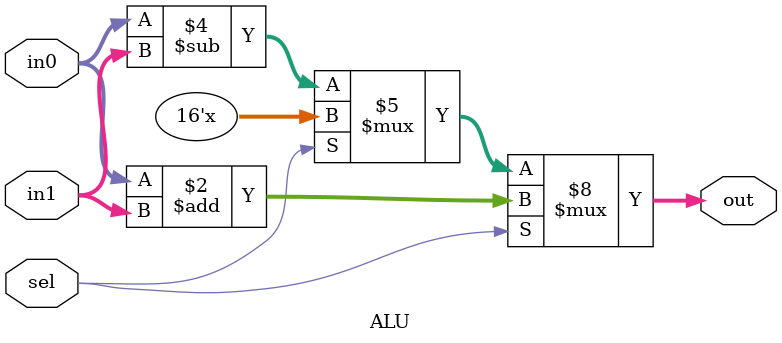
<source format=v>
`timescale 1ns / 1ps
module ALU(out,in0,in1,sel);
 input [15:0]in0,in1;
 input sel;
 output reg [15:0]out;
 
 always @(*)
  begin
   if(sel) out<=in0+in1;
   else if(!sel) out<=in0-in1;
  end	
 


endmodule

</source>
